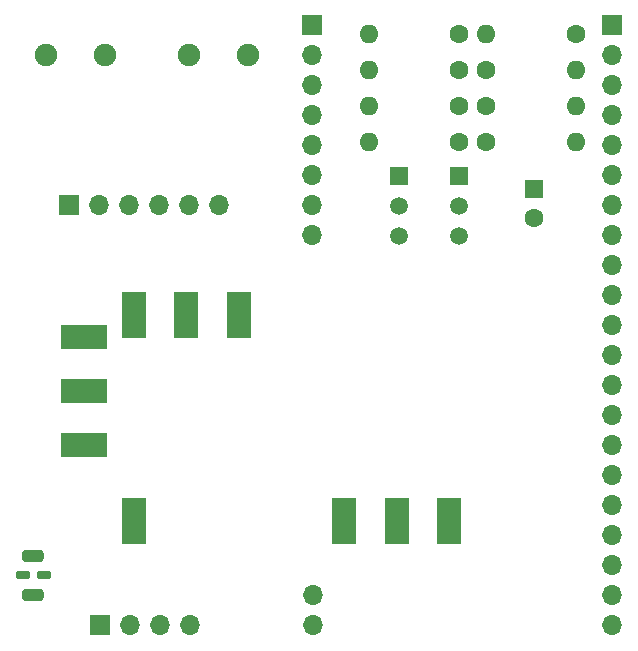
<source format=gbr>
G04 #@! TF.GenerationSoftware,KiCad,Pcbnew,6.0.9+dfsg-1*
G04 #@! TF.CreationDate,2023-03-25T11:37:52-04:00*
G04 #@! TF.ProjectId,fox,666f782e-6b69-4636-9164-5f7063625858,v3.1*
G04 #@! TF.SameCoordinates,Original*
G04 #@! TF.FileFunction,Soldermask,Bot*
G04 #@! TF.FilePolarity,Negative*
%FSLAX46Y46*%
G04 Gerber Fmt 4.6, Leading zero omitted, Abs format (unit mm)*
G04 Created by KiCad (PCBNEW 6.0.9+dfsg-1) date 2023-03-25 11:37:52*
%MOMM*%
%LPD*%
G01*
G04 APERTURE LIST*
G04 Aperture macros list*
%AMRoundRect*
0 Rectangle with rounded corners*
0 $1 Rounding radius*
0 $2 $3 $4 $5 $6 $7 $8 $9 X,Y pos of 4 corners*
0 Add a 4 corners polygon primitive as box body*
4,1,4,$2,$3,$4,$5,$6,$7,$8,$9,$2,$3,0*
0 Add four circle primitives for the rounded corners*
1,1,$1+$1,$2,$3*
1,1,$1+$1,$4,$5*
1,1,$1+$1,$6,$7*
1,1,$1+$1,$8,$9*
0 Add four rect primitives between the rounded corners*
20,1,$1+$1,$2,$3,$4,$5,0*
20,1,$1+$1,$4,$5,$6,$7,0*
20,1,$1+$1,$6,$7,$8,$9,0*
20,1,$1+$1,$8,$9,$2,$3,0*%
G04 Aperture macros list end*
%ADD10C,1.600000*%
%ADD11O,1.600000X1.600000*%
%ADD12C,1.905000*%
%ADD13R,1.600000X1.600000*%
%ADD14O,1.700000X1.700000*%
%ADD15R,1.700000X1.700000*%
%ADD16R,1.500000X1.500000*%
%ADD17C,1.500000*%
%ADD18RoundRect,0.249600X0.650400X-0.270400X0.650400X0.270400X-0.650400X0.270400X-0.650400X-0.270400X0*%
%ADD19RoundRect,0.152500X0.470000X-0.152500X0.470000X0.152500X-0.470000X0.152500X-0.470000X-0.152500X0*%
%ADD20C,0.610000*%
%ADD21R,2.000000X4.000000*%
%ADD22R,4.000000X2.000000*%
G04 APERTURE END LIST*
D10*
G04 #@! TO.C,R2*
X153162000Y-69850000D03*
D11*
X145542000Y-69850000D03*
G04 #@! TD*
D10*
G04 #@! TO.C,R3*
X143256000Y-72898000D03*
D11*
X135636000Y-72898000D03*
G04 #@! TD*
D10*
G04 #@! TO.C,R4*
X145542000Y-72898000D03*
D11*
X153162000Y-72898000D03*
G04 #@! TD*
D10*
G04 #@! TO.C,R5*
X143256000Y-75946000D03*
D11*
X135636000Y-75946000D03*
G04 #@! TD*
D10*
G04 #@! TO.C,R7*
X143256000Y-78994000D03*
D11*
X135636000Y-78994000D03*
G04 #@! TD*
D10*
G04 #@! TO.C,R8*
X145542000Y-78994000D03*
D11*
X153162000Y-78994000D03*
G04 #@! TD*
D10*
G04 #@! TO.C,R1*
X143256000Y-69850000D03*
D11*
X135636000Y-69850000D03*
G04 #@! TD*
D10*
G04 #@! TO.C,R6*
X145542000Y-75946000D03*
D11*
X153162000Y-75946000D03*
G04 #@! TD*
D12*
G04 #@! TO.C,J2*
X125349000Y-71628000D03*
X120349000Y-71628000D03*
G04 #@! TD*
D13*
G04 #@! TO.C,C1*
X149606000Y-82945088D03*
D10*
X149606000Y-85445088D03*
G04 #@! TD*
D14*
G04 #@! TO.C,Conn3*
X130835000Y-117368000D03*
X130835000Y-119908000D03*
G04 #@! TD*
D15*
G04 #@! TO.C,Conn1*
X130810000Y-69088000D03*
D14*
X130810000Y-71628000D03*
X130810000Y-74168000D03*
X130810000Y-76708000D03*
X130810000Y-79248000D03*
X130810000Y-81788000D03*
X130810000Y-84328000D03*
X130810000Y-86868000D03*
G04 #@! TD*
D16*
G04 #@! TO.C,Q1*
X138176000Y-81864200D03*
D17*
X138176000Y-84404200D03*
X138176000Y-86944200D03*
G04 #@! TD*
D16*
G04 #@! TO.C,Q2*
X143256000Y-81864200D03*
D17*
X143256000Y-84404200D03*
X143256000Y-86944200D03*
G04 #@! TD*
D12*
G04 #@! TO.C,J1*
X113247800Y-71628000D03*
X108247800Y-71628000D03*
G04 #@! TD*
D15*
G04 #@! TO.C,Conn2*
X156210000Y-69088000D03*
D14*
X156210000Y-71628000D03*
X156210000Y-74168000D03*
X156210000Y-76708000D03*
X156210000Y-79248000D03*
X156210000Y-81788000D03*
X156210000Y-84328000D03*
X156210000Y-86868000D03*
X156210000Y-89408000D03*
X156210000Y-91948000D03*
X156210000Y-94488000D03*
X156210000Y-97028000D03*
X156210000Y-99568000D03*
X156210000Y-102108000D03*
X156210000Y-104648000D03*
X156210000Y-107188000D03*
X156210000Y-109728000D03*
X156210000Y-112268000D03*
X156210000Y-114808000D03*
X156210000Y-117348000D03*
X156210000Y-119888000D03*
G04 #@! TD*
G04 #@! TO.C,RTC1*
X120406000Y-119888000D03*
X117866000Y-119888000D03*
D15*
X112786000Y-119888000D03*
D14*
X115326000Y-119888000D03*
D15*
X110236000Y-84328000D03*
D14*
X112776000Y-84328000D03*
X115316000Y-84328000D03*
X117856000Y-84328000D03*
X120396000Y-84328000D03*
X122936000Y-84328000D03*
G04 #@! TD*
D18*
G04 #@! TO.C,FL1*
X107188000Y-117296000D03*
D19*
X106260500Y-115671000D03*
D20*
X106083000Y-115671000D03*
D18*
X107188000Y-114046000D03*
D20*
X108293000Y-115671000D03*
D19*
X108115500Y-115671000D03*
G04 #@! TD*
D21*
G04 #@! TO.C,U1*
X124582000Y-93662000D03*
X120132000Y-93662000D03*
X115682000Y-93662000D03*
D22*
X111506000Y-95504000D03*
X111506000Y-100076000D03*
X111506000Y-104648000D03*
D21*
X115682000Y-111062000D03*
X133482000Y-111062000D03*
X137932000Y-111062000D03*
X142382000Y-111062000D03*
G04 #@! TD*
M02*

</source>
